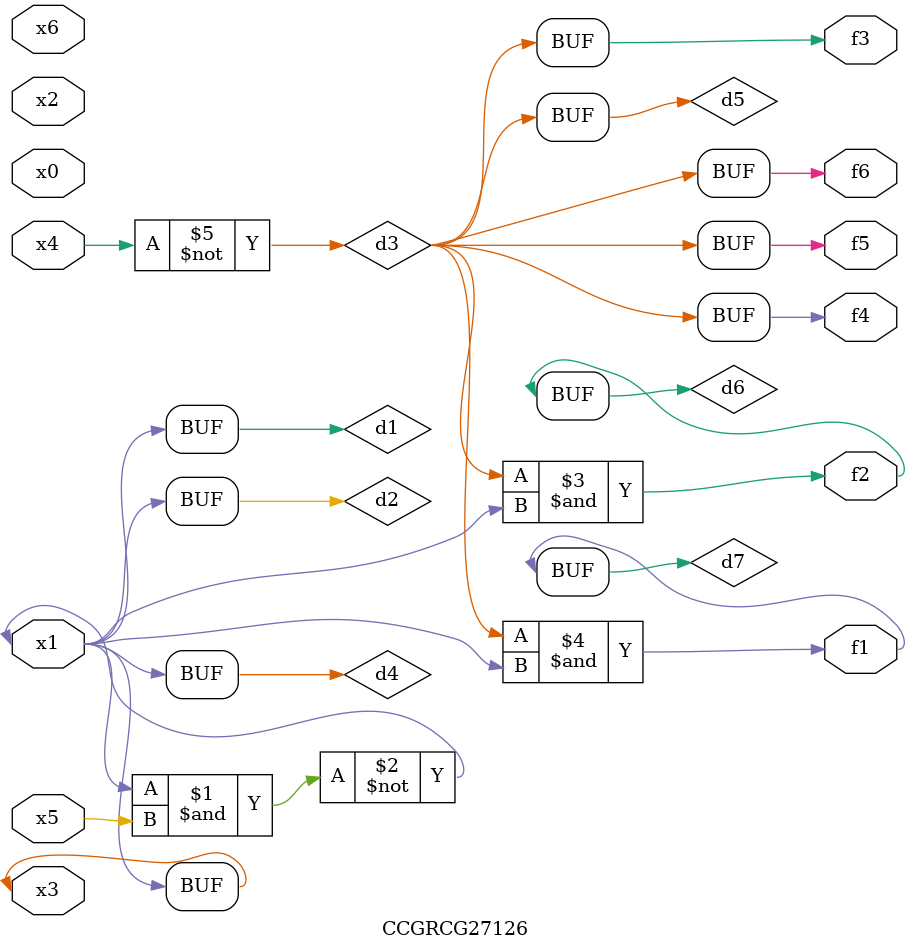
<source format=v>
module CCGRCG27126(
	input x0, x1, x2, x3, x4, x5, x6,
	output f1, f2, f3, f4, f5, f6
);

	wire d1, d2, d3, d4, d5, d6, d7;

	buf (d1, x1, x3);
	nand (d2, x1, x5);
	not (d3, x4);
	buf (d4, d1, d2);
	buf (d5, d3);
	and (d6, d3, d4);
	and (d7, d3, d4);
	assign f1 = d7;
	assign f2 = d6;
	assign f3 = d5;
	assign f4 = d5;
	assign f5 = d5;
	assign f6 = d5;
endmodule

</source>
